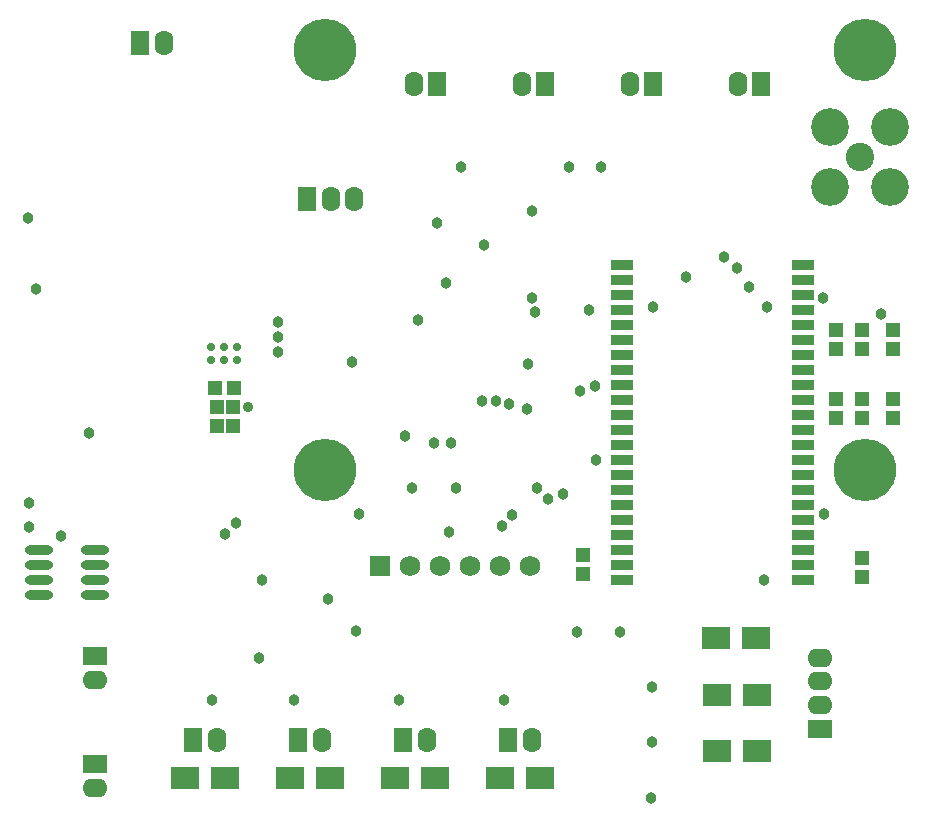
<source format=gbs>
G04 Layer_Color=16711935*
%FSLAX25Y25*%
%MOIN*%
G70*
G01*
G75*
%ADD64R,0.04540X0.04737*%
%ADD74R,0.04737X0.04934*%
%ADD75R,0.04934X0.04737*%
%ADD81C,0.12611*%
%ADD82C,0.09461*%
%ADD83C,0.06800*%
%ADD84R,0.06800X0.06800*%
%ADD85R,0.06300X0.08300*%
%ADD86O,0.06300X0.08300*%
%ADD87O,0.08300X0.06300*%
%ADD88R,0.08300X0.06300*%
%ADD89C,0.03800*%
%ADD90C,0.20800*%
%ADD91C,0.03500*%
%ADD92C,0.02769*%
%ADD93R,0.07300X0.03600*%
%ADD94O,0.09461X0.03162*%
%ADD95R,0.09400X0.07300*%
D64*
X74500Y138850D02*
D03*
Y145150D02*
D03*
X196500Y89350D02*
D03*
Y95650D02*
D03*
D74*
X80000Y138850D02*
D03*
Y145150D02*
D03*
X300000Y170650D02*
D03*
Y164350D02*
D03*
Y141350D02*
D03*
Y147650D02*
D03*
X289500Y147650D02*
D03*
Y141350D02*
D03*
Y170650D02*
D03*
Y164350D02*
D03*
X281000Y164350D02*
D03*
Y170650D02*
D03*
X289500Y88350D02*
D03*
Y94650D02*
D03*
X281000Y141350D02*
D03*
Y147650D02*
D03*
D75*
X80150Y151500D02*
D03*
X73850D02*
D03*
D81*
X279000Y218500D02*
D03*
Y238500D02*
D03*
X299000D02*
D03*
Y218500D02*
D03*
D82*
X289000Y228500D02*
D03*
D83*
X178850Y92000D02*
D03*
X168850D02*
D03*
X158850D02*
D03*
X148850D02*
D03*
X138850D02*
D03*
D84*
X128850D02*
D03*
D85*
X256000Y252850D02*
D03*
X220000D02*
D03*
X184000D02*
D03*
X148000D02*
D03*
X66500Y34000D02*
D03*
X101500D02*
D03*
X136500D02*
D03*
X171500D02*
D03*
X104500Y214500D02*
D03*
X49000Y266500D02*
D03*
D86*
X248126Y252850D02*
D03*
X212126D02*
D03*
X176126D02*
D03*
X140126D02*
D03*
X74374Y34000D02*
D03*
X109374D02*
D03*
X144374D02*
D03*
X179374D02*
D03*
X120248Y214500D02*
D03*
X112374D02*
D03*
X56874Y266500D02*
D03*
D87*
X275500Y53626D02*
D03*
Y45752D02*
D03*
Y61500D02*
D03*
X33949Y18126D02*
D03*
Y54126D02*
D03*
D88*
X275500Y37878D02*
D03*
X33949Y26000D02*
D03*
Y62000D02*
D03*
D89*
X277000Y109500D02*
D03*
X137350Y135500D02*
D03*
X11500Y208000D02*
D03*
X296000Y176000D02*
D03*
X32000Y136500D02*
D03*
X122000Y109500D02*
D03*
X89500Y87500D02*
D03*
X139701Y118201D02*
D03*
X154299D02*
D03*
X181201D02*
D03*
X185000Y114500D02*
D03*
X190000Y116000D02*
D03*
X163500Y199000D02*
D03*
X151000Y186500D02*
D03*
X119500Y160000D02*
D03*
X198500Y177500D02*
D03*
X179500Y210500D02*
D03*
X95000Y163500D02*
D03*
X219500Y51819D02*
D03*
Y33319D02*
D03*
X219319Y14819D02*
D03*
X121000Y70500D02*
D03*
X201000Y127500D02*
D03*
X257000Y87500D02*
D03*
X220000Y178500D02*
D03*
X258000D02*
D03*
X252000Y185000D02*
D03*
X248000Y191500D02*
D03*
X243500Y195000D02*
D03*
X179500Y181500D02*
D03*
X231000Y188500D02*
D03*
X200500Y152000D02*
D03*
X195500Y150500D02*
D03*
X111500Y81000D02*
D03*
X72878Y47378D02*
D03*
X88500Y61500D02*
D03*
X81000Y106500D02*
D03*
X77250Y102750D02*
D03*
X95000Y173500D02*
D03*
Y168500D02*
D03*
X22500Y102000D02*
D03*
X12000Y113000D02*
D03*
Y105000D02*
D03*
X172000Y146000D02*
D03*
X202500Y225000D02*
D03*
X167500Y147000D02*
D03*
X192000Y225000D02*
D03*
X163000Y147000D02*
D03*
X156000Y225000D02*
D03*
X178000Y144500D02*
D03*
X209000Y70000D02*
D03*
X194500D02*
D03*
X152000Y103500D02*
D03*
X178110Y159390D02*
D03*
X180677Y176677D02*
D03*
X173000Y109000D02*
D03*
X169500Y105500D02*
D03*
X147000Y133000D02*
D03*
X152500D02*
D03*
X14350Y184500D02*
D03*
X100091Y47378D02*
D03*
X135091D02*
D03*
X170091D02*
D03*
X276500Y181500D02*
D03*
X148000Y206500D02*
D03*
X141500Y174000D02*
D03*
D90*
X290500Y124000D02*
D03*
Y264000D02*
D03*
X110500D02*
D03*
Y124000D02*
D03*
D91*
X85000Y145000D02*
D03*
D92*
X72669Y160835D02*
D03*
Y165165D02*
D03*
X77000Y160835D02*
D03*
Y165165D02*
D03*
X81331Y160835D02*
D03*
Y165165D02*
D03*
D93*
X209500Y87500D02*
D03*
Y92500D02*
D03*
Y97500D02*
D03*
Y102500D02*
D03*
Y107500D02*
D03*
Y112500D02*
D03*
Y117500D02*
D03*
Y122500D02*
D03*
Y127500D02*
D03*
Y132500D02*
D03*
Y137500D02*
D03*
Y142500D02*
D03*
Y147500D02*
D03*
Y152500D02*
D03*
Y157500D02*
D03*
Y162500D02*
D03*
Y167500D02*
D03*
Y172500D02*
D03*
Y177500D02*
D03*
Y182500D02*
D03*
Y187500D02*
D03*
Y192500D02*
D03*
X270000Y87500D02*
D03*
Y92500D02*
D03*
Y97500D02*
D03*
Y102500D02*
D03*
Y107500D02*
D03*
Y112500D02*
D03*
Y117500D02*
D03*
Y122500D02*
D03*
Y127500D02*
D03*
Y132500D02*
D03*
Y137500D02*
D03*
Y142500D02*
D03*
Y147500D02*
D03*
Y152500D02*
D03*
Y157500D02*
D03*
Y162500D02*
D03*
Y167500D02*
D03*
Y172500D02*
D03*
Y177500D02*
D03*
Y182500D02*
D03*
Y187500D02*
D03*
Y192500D02*
D03*
D94*
X33949Y97500D02*
D03*
Y92500D02*
D03*
Y87500D02*
D03*
Y82500D02*
D03*
X15051Y97500D02*
D03*
Y92500D02*
D03*
Y87500D02*
D03*
Y82500D02*
D03*
D95*
X254700Y30500D02*
D03*
X241300D02*
D03*
X254700Y49000D02*
D03*
X241300D02*
D03*
X254200Y68000D02*
D03*
X240800D02*
D03*
X182200Y21500D02*
D03*
X168800D02*
D03*
X147200D02*
D03*
X133800D02*
D03*
X112200D02*
D03*
X98800D02*
D03*
X77200D02*
D03*
X63800D02*
D03*
M02*

</source>
